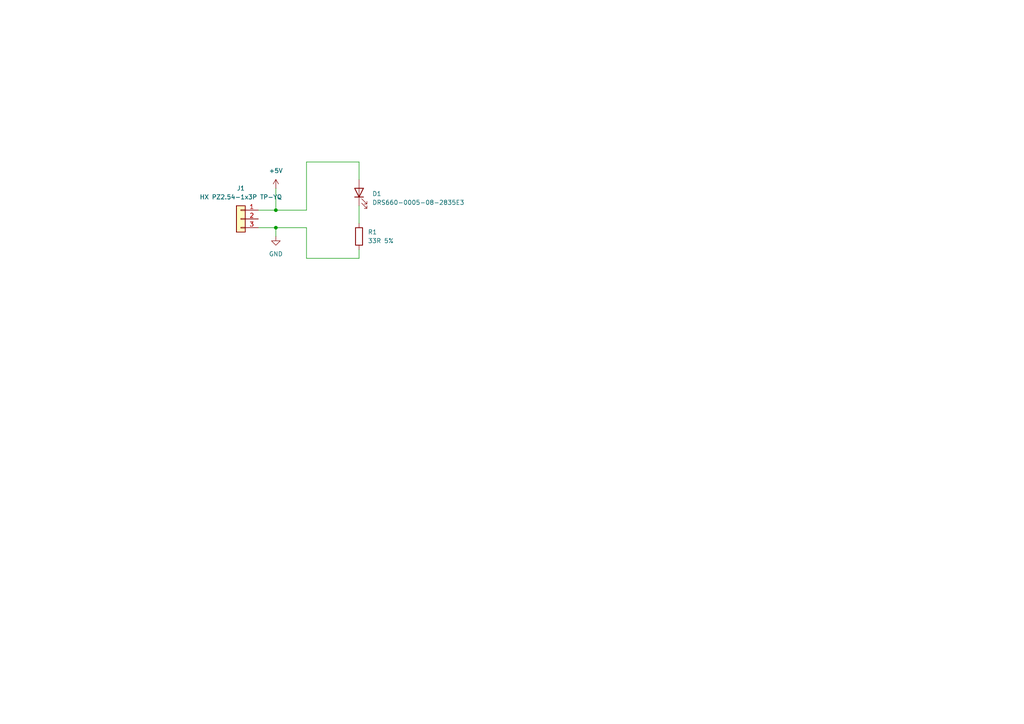
<source format=kicad_sch>
(kicad_sch (version 20231120) (generator "eeschema") (generator_version "8.0")
  (paper "A4")
  (lib_symbols
    (symbol "Connector_Generic:Conn_01x03" (pin_names (offset 1.016) hide)
      (property "Reference" "J" (at 0 5.08 0))
      (property "Value" "Conn_01x03" (at 0 -5.08 0))
      (symbol "Conn_01x03_1_1"
        (rectangle (start -1.27 -2.413) (end 0 -2.667) (stroke (width 0.1524)))
        (rectangle (start -1.27 0.127) (end 0 -0.127) (stroke (width 0.1524)))
        (rectangle (start -1.27 2.667) (end 0 2.413) (stroke (width 0.1524)))
        (rectangle (start -1.27 3.81) (end 1.27 -3.81) (stroke (width 0.254)) (fill (type background)))
        (pin passive line (at -5.08 2.54 0) (length 3.81) (name "Pin_1") (number "1"))
        (pin passive line (at -5.08 0 0) (length 3.81) (name "Pin_2") (number "2"))
        (pin passive line (at -5.08 -2.54 0) (length 3.81) (name "Pin_3") (number "3"))
      )
    )
    (symbol "Device:LED" (pin_numbers hide) (pin_names (offset 1.016) hide)
      (property "Reference" "D" (at 0 2.54 0))
      (property "Value" "LED" (at 0 -2.54 0))
      (symbol "LED_0_1"
        (polyline (pts (xy -1.27 -1.27) (xy -1.27 1.27)) (stroke (width 0.254)))
        (polyline (pts (xy -1.27 0) (xy 1.27 0)))
        (polyline (pts (xy 1.27 -1.27) (xy 1.27 1.27) (xy -1.27 0) (xy 1.27 -1.27)) (stroke (width 0.254)))
        (polyline (pts (xy -3.048 -0.762) (xy -4.572 -2.286) (xy -3.81 -2.286) (xy -4.572 -2.286) (xy -4.572 -1.524)))
        (polyline (pts (xy -1.778 -0.762) (xy -3.302 -2.286) (xy -2.54 -2.286) (xy -3.302 -2.286) (xy -3.302 -1.524)))
      )
      (symbol "LED_1_1"
        (pin passive line (at -3.81 0 0) (length 2.54) (name "K") (number "1"))
        (pin passive line (at 3.81 0 180) (length 2.54) (name "A") (number "2"))
      )
    )
    (symbol "Device:R" (pin_numbers hide) (pin_names (offset 0))
      (property "Reference" "R" (at 2.032 0 90))
      (property "Value" "R" (at 0 0 90))
      (symbol "R_0_1"
        (rectangle (start -1.016 -2.54) (end 1.016 2.54) (stroke (width 0.254)))
      )
      (symbol "R_1_1"
        (pin passive line (at 0 3.81 270) (length 1.27) (name "~") (number "1"))
        (pin passive line (at 0 -3.81 90) (length 1.27) (name "~") (number "2"))
      )
    )
    (symbol "power:+5V" (power) (pin_numbers hide) (pin_names (offset 0) hide)
      (property "Value" "+5V" (at 0 3.556 0))
      (symbol "+5V_0_1"
        (polyline (pts (xy -0.762 1.27) (xy 0 2.54)))
        (polyline (pts (xy 0 0) (xy 0 2.54)))
        (polyline (pts (xy 0 2.54) (xy 0.762 1.27)))
      )
      (symbol "+5V_1_1"
        (pin power_in line (at 0 0 90) (length 0) (name "~") (number "1"))
      )
    )
    (symbol "power:GND" (power) (pin_numbers hide) (pin_names (offset 0) hide)
      (property "Value" "GND" (at 0 -3.81 0))
      (symbol "GND_0_1"
        (polyline (pts (xy 0 0) (xy 0 -1.27) (xy 1.27 -1.27) (xy 0 -2.54) (xy -1.27 -1.27) (xy 0 -1.27)))
      )
      (symbol "GND_1_1"
        (pin power_in line (at 0 0 270) (length 0) (name "~") (number "1"))
      )
    )
  )
  (junction (at 80.01 60.96))
  (junction (at 80.01 66.04))
  (wire (pts (xy 104.14 59.69) (xy 104.14 64.77)))
  (wire (pts (xy 104.14 46.99) (xy 104.14 52.07)))
  (wire (pts (xy 88.9 66.04) (xy 88.9 74.93)))
  (wire (pts (xy 80.01 60.96) (xy 88.9 60.96)))
  (wire (pts (xy 80.01 54.61) (xy 80.01 60.96)))
  (wire (pts (xy 80.01 66.04) (xy 80.01 68.58)))
  (wire (pts (xy 88.9 74.93) (xy 104.14 74.93)))
  (wire (pts (xy 88.9 60.96) (xy 88.9 46.99)))
  (wire (pts (xy 88.9 46.99) (xy 104.14 46.99)))
  (wire (pts (xy 74.93 66.04) (xy 80.01 66.04)))
  (wire (pts (xy 74.93 60.96) (xy 80.01 60.96)))
  (wire (pts (xy 104.14 74.93) (xy 104.14 72.39)))
  (wire (pts (xy 80.01 66.04) (xy 88.9 66.04)))
  (symbol (lib_id "Connector_Generic:Conn_01x03") (at 69.85 63.5 0) (mirror y) (unit 1)
    (property "Reference" "J1" (at 69.85 54.61 0))
    (property "Value" "HX PZ2.54-1x3P TP-YQ" (at 69.85 57.15 0))
    (property "Footprint" "Connector_PinHeader_2.54mm:PinHeader_1x03_P2.54mm_Vertical_SMD_Pin1Left" (effects (hide yes)))
    (property "Description" "Generic connector, single row, 01x03, script generated (kicad-library-utils/schlib/autogen/connector/)" (effects (hide yes)))
  )
  (symbol (lib_id "Device:R") (at 104.14 68.58 0) (unit 1)
    (property "Reference" "R1" (at 106.68 67.3099 0) (effects (justify left)))
    (property "Value" "33R 5%" (at 106.68 69.8499 0) (effects (justify left)))
    (property "Footprint" "Resistor_SMD:R_0603_1608Metric" (effects (hide yes)))
    (property "Description" "Resistor" (effects (hide yes)))
  )
  (symbol (lib_id "Device:LED") (at 104.14 55.88 90) (unit 1)
    (property "Reference" "D1" (at 107.95 56.1974 90) (effects (justify right)))
    (property "Value" "DRS660-0005-08-2835E3" (at 107.95 58.7374 90) (effects (justify right)))
    (property "Footprint" "Pixels-dice:DRS660-0005-08-2835E3" (effects (hide yes)))
    (property "Description" "Light emitting diode" (effects (hide yes)))
  )
  (symbol (lib_id "power:+5V") (at 80.01 54.61 0) (unit 1)
    (property "Reference" "#PWR03" (effects (hide yes)))
    (property "Value" "+5V" (at 80.01 49.53 0))
    (property "Description" "Power symbol creates a global label with name \"+5V\"" (effects (hide yes)))
  )
  (symbol (lib_id "power:GND") (at 80.01 68.58 0) (unit 1)
    (property "Reference" "#PWR01" (effects (hide yes)))
    (property "Value" "GND" (at 80.01 73.66 0))
    (property "Description" "Power symbol creates a global label with name \"GND\" , ground" (effects (hide yes)))
  )
)
</source>
